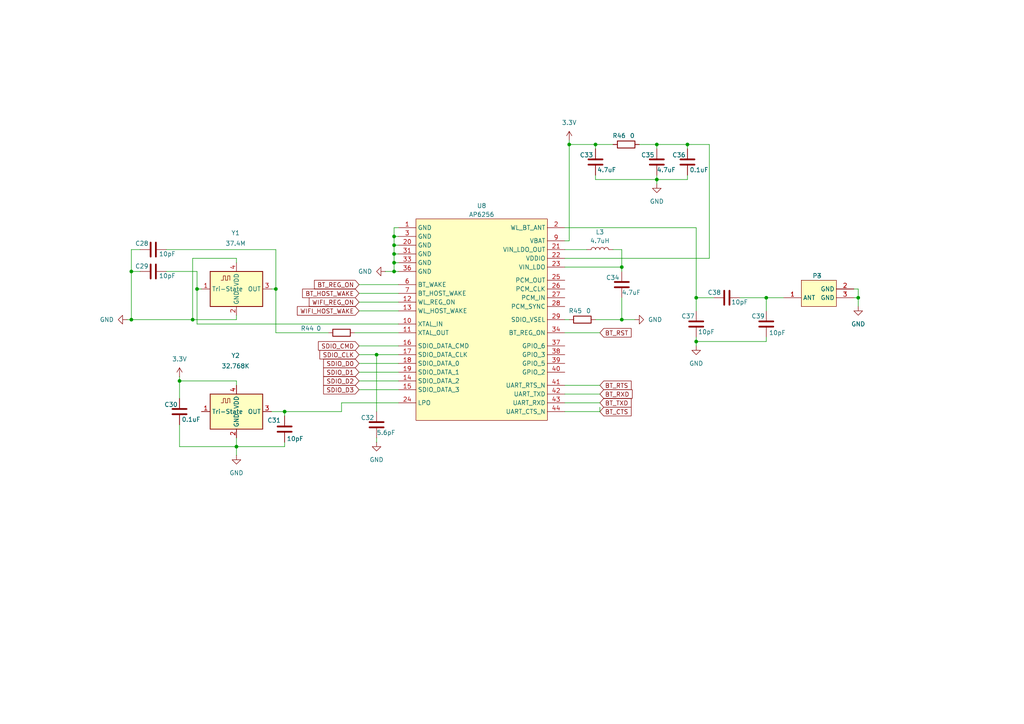
<source format=kicad_sch>
(kicad_sch (version 20250114) (generator "eeschema") (generator_version "9.0")
  (paper "A4")
  (lib_symbols
    (symbol "Device:C" (pin_numbers (hide yes)) (pin_names (offset 0.254))
      (property "Reference" "C" (at 0.635 2.54 0))
      (property "Value" "C" (at 0.635 -2.54 0))
      (symbol "C_0_1"
        (polyline (pts (xy -2.032 0.762) (xy 2.032 0.762)) (stroke (width 0.508)))
        (polyline (pts (xy -2.032 -0.762) (xy 2.032 -0.762)) (stroke (width 0.508)))
      )
      (symbol "C_1_1"
        (pin passive line (at 0 3.81 270) (length 2.794) (name "~") (number "1"))
        (pin passive line (at 0 -3.81 90) (length 2.794) (name "~") (number "2"))
      )
    )
    (symbol "Device:L" (pin_numbers (hide yes)) (pin_names (offset 1.016) (hide yes))
      (property "Reference" "L" (at -1.27 0 90))
      (property "Value" "L" (at 1.905 0 90))
      (symbol "L_0_1"
        (arc (start 0 2.54) (mid 0.6323 1.905) (end 0 1.27))
        (arc (start 0 1.27) (mid 0.6323 0.635) (end 0 0))
        (arc (start 0 0) (mid 0.6323 -0.635) (end 0 -1.27))
        (arc (start 0 -1.27) (mid 0.6323 -1.905) (end 0 -2.54))
      )
      (symbol "L_1_1"
        (pin passive line (at 0 3.81 270) (length 1.27) (name "1") (number "1"))
        (pin passive line (at 0 -3.81 90) (length 1.27) (name "2") (number "2"))
      )
    )
    (symbol "Device:R" (pin_numbers (hide yes)) (pin_names (offset 0))
      (property "Reference" "R" (at 2.032 0 90))
      (property "Value" "R" (at 0 0 90))
      (symbol "R_0_1"
        (rectangle (start -1.016 -2.54) (end 1.016 2.54) (stroke (width 0.254)))
      )
      (symbol "R_1_1"
        (pin passive line (at 0 3.81 270) (length 1.27) (name "~") (number "1"))
        (pin passive line (at 0 -3.81 90) (length 1.27) (name "~") (number "2"))
      )
    )
    (symbol "Oscillator:ECS-2520MV-xxx-xx"
      (property "Reference" "Y" (at -5.08 6.35 0))
      (property "Value" "ECS-2520MV-xxx-xx" (at 1.27 -6.35 0))
      (symbol "ECS-2520MV-xxx-xx_0_1"
        (rectangle (start -7.62 5.08) (end 7.62 -5.08) (stroke (width 0.254)) (fill (type background)))
        (polyline (pts (xy -4.445 2.54) (xy -3.81 2.54) (xy -3.81 3.81) (xy -3.175 3.81) (xy -3.175 2.54) (xy -2.54 2.54) (xy -2.54 3.81) (xy -1.905 3.81) (xy -1.905 2.54)))
      )
      (symbol "ECS-2520MV-xxx-xx_1_1"
        (pin input line (at -10.16 0 0) (length 2.54) (name "Tri-State") (number "1"))
        (pin power_in line (at 0 7.62 270) (length 2.54) (name "VDD") (number "4"))
        (pin power_in line (at 0 -7.62 90) (length 2.54) (name "GND") (number "2"))
        (pin output line (at 10.16 0 180) (length 2.54) (name "OUT") (number "3"))
      )
    )
    (symbol "coloryr:ANT"
      (property "Reference" "P" (at 0.762 1.016 0))
      (symbol "ANT_1_1"
        (rectangle (start 0 0) (end 10.16 -7.62) (fill (type background)))
        (pin bidirectional line (at -5.08 -5.08 0) (length 5.08) (name "ANT") (number "1"))
        (pin passive line (at 15.24 -2.54 180) (length 5.08) (name "GND") (number "2"))
        (pin passive line (at 15.24 -5.08 180) (length 5.08) (name "GND") (number "3"))
      )
    )
    (symbol "coloryr:AP6256"
      (property "Reference" "U" (at 1.016 1.016 0))
      (symbol "AP6256_1_1"
        (rectangle (start 0 0) (end 38.1 -58.42) (fill (type background)))
        (pin power_in line (at -5.08 -2.54 0) (length 5.08) (name "GND") (number "1"))
        (pin power_in line (at -5.08 -5.08 0) (length 5.08) (name "GND") (number "3"))
        (pin power_in line (at -5.08 -7.62 0) (length 5.08) (name "GND") (number "20"))
        (pin power_in line (at -5.08 -10.16 0) (length 5.08) (name "GND") (number "31"))
        (pin power_in line (at -5.08 -12.7 0) (length 5.08) (name "GND") (number "33"))
        (pin power_in line (at -5.08 -15.24 0) (length 5.08) (name "GND") (number "36"))
        (pin input line (at -5.08 -19.05 0) (length 5.08) (name "BT_WAKE") (number "6"))
        (pin output line (at -5.08 -21.59 0) (length 5.08) (name "BT_HOST_WAKE") (number "7"))
        (pin input line (at -5.08 -24.13 0) (length 5.08) (name "WL_REG_ON") (number "12"))
        (pin output line (at -5.08 -26.67 0) (length 5.08) (name "WL_HOST_WAKE") (number "13"))
        (pin passive line (at -5.08 -30.48 0) (length 5.08) (name "XTAL_IN") (number "10"))
        (pin passive line (at -5.08 -33.02 0) (length 5.08) (name "XTAL_OUT") (number "11"))
        (pin bidirectional line (at -5.08 -36.83 0) (length 5.08) (name "SDIO_DATA_CMD") (number "16"))
        (pin bidirectional line (at -5.08 -39.37 0) (length 5.08) (name "SDIO_DATA_CLK") (number "17"))
        (pin bidirectional line (at -5.08 -41.91 0) (length 5.08) (name "SDIO_DATA_0") (number "18"))
        (pin bidirectional line (at -5.08 -44.45 0) (length 5.08) (name "SDIO_DATA_1") (number "19"))
        (pin bidirectional line (at -5.08 -46.99 0) (length 5.08) (name "SDIO_DATA_2") (number "14"))
        (pin bidirectional line (at -5.08 -49.53 0) (length 5.08) (name "SDIO_DATA_3") (number "15"))
        (pin input line (at -5.08 -53.34 0) (length 5.08) (name "LPO") (number "24"))
        (pin passive line (at 43.18 -2.54 180) (length 5.08) (name "WL_BT_ANT") (number "2"))
        (pin power_in line (at 43.18 -6.35 180) (length 5.08) (name "VBAT") (number "9"))
        (pin power_out line (at 43.18 -8.89 180) (length 5.08) (name "VIN_LDO_OUT") (number "21"))
        (pin power_in line (at 43.18 -11.43 180) (length 5.08) (name "VDDIO") (number "22"))
        (pin power_out line (at 43.18 -13.97 180) (length 5.08) (name "VIN_LDO") (number "23"))
        (pin output line (at 43.18 -17.78 180) (length 5.08) (name "PCM_OUT") (number "25"))
        (pin bidirectional line (at 43.18 -20.32 180) (length 5.08) (name "PCM_CLK") (number "26"))
        (pin input line (at 43.18 -22.86 180) (length 5.08) (name "PCM_IN") (number "27"))
        (pin bidirectional line (at 43.18 -25.4 180) (length 5.08) (name "PCM_SYNC") (number "28"))
        (pin input line (at 43.18 -29.21 180) (length 5.08) (name "SDIO_VSEL") (number "29"))
        (pin input line (at 43.18 -33.02 180) (length 5.08) (name "BT_REG_ON") (number "34"))
        (pin bidirectional line (at 43.18 -36.83 180) (length 5.08) (name "GPIO_6") (number "37"))
        (pin bidirectional line (at 43.18 -39.37 180) (length 5.08) (name "GPIO_3") (number "38"))
        (pin bidirectional line (at 43.18 -41.91 180) (length 5.08) (name "GPIO_5") (number "39"))
        (pin bidirectional line (at 43.18 -44.45 180) (length 5.08) (name "GPIO_2") (number "40"))
        (pin output line (at 43.18 -48.26 180) (length 5.08) (name "UART_RTS_N") (number "41"))
        (pin output line (at 43.18 -50.8 180) (length 5.08) (name "UART_TXD") (number "42"))
        (pin input line (at 43.18 -53.34 180) (length 5.08) (name "UART_RXD") (number "43"))
        (pin input line (at 43.18 -55.88 180) (length 5.08) (name "UART_CTS_N") (number "44"))
      )
    )
    (symbol "power:GND" (power) (pin_numbers (hide yes)) (pin_names (offset 0) (hide yes))
      (property "Value" "GND" (at 0 -3.81 0))
      (symbol "GND_0_1"
        (polyline (pts (xy 0 0) (xy 0 -1.27) (xy 1.27 -1.27) (xy 0 -2.54) (xy -1.27 -1.27) (xy 0 -1.27)))
      )
      (symbol "GND_1_1"
        (pin power_in line (at 0 0 270) (length 0) (name "~") (number "1"))
      )
    )
    (symbol "power:VCC" (power) (pin_numbers (hide yes)) (pin_names (offset 0) (hide yes))
      (property "Value" "VCC" (at 0 3.556 0))
      (symbol "VCC_0_1"
        (polyline (pts (xy -0.762 1.27) (xy 0 2.54)))
        (polyline (pts (xy 0 2.54) (xy 0.762 1.27)))
        (polyline (pts (xy 0 0) (xy 0 2.54)))
      )
      (symbol "VCC_1_1"
        (pin power_in line (at 0 0 90) (length 0) (name "~") (number "1"))
      )
    )
  )
  (junction (at 165.1 41.91))
  (junction (at 114.3 78.74))
  (junction (at 199.39 41.91))
  (junction (at 52.07 110.49))
  (junction (at 201.93 86.36))
  (junction (at 68.58 129.54))
  (junction (at 114.3 68.58))
  (junction (at 201.93 99.06))
  (junction (at 190.5 41.91))
  (junction (at 80.01 83.82))
  (junction (at 82.55 119.38))
  (junction (at 38.1 78.74))
  (junction (at 114.3 76.2))
  (junction (at 114.3 71.12))
  (junction (at 172.72 41.91))
  (junction (at 114.3 73.66))
  (junction (at 38.1 92.71))
  (junction (at 55.88 92.71))
  (junction (at 222.25 86.36))
  (junction (at 180.34 92.71))
  (junction (at 190.5 52.07))
  (junction (at 109.22 102.87))
  (junction (at 57.15 83.82))
  (junction (at 248.92 86.36))
  (junction (at 180.34 77.47))
  (wire (pts (xy 82.55 128.27) (xy 82.55 129.54)))
  (wire (pts (xy 163.83 66.04) (xy 201.93 66.04)))
  (wire (pts (xy 165.1 41.91) (xy 172.72 41.91)))
  (wire (pts (xy 52.07 109.22) (xy 52.07 110.49)))
  (wire (pts (xy 172.72 92.71) (xy 180.34 92.71)))
  (wire (pts (xy 201.93 99.06) (xy 222.25 99.06)))
  (wire (pts (xy 180.34 92.71) (xy 184.15 92.71)))
  (wire (pts (xy 201.93 66.04) (xy 201.93 86.36)))
  (wire (pts (xy 207.01 86.36) (xy 201.93 86.36)))
  (wire (pts (xy 172.72 41.91) (xy 177.8 41.91)))
  (wire (pts (xy 185.42 41.91) (xy 190.5 41.91)))
  (wire (pts (xy 114.3 68.58) (xy 114.3 66.04)))
  (wire (pts (xy 172.72 43.18) (xy 172.72 41.91)))
  (wire (pts (xy 114.3 76.2) (xy 115.57 76.2)))
  (wire (pts (xy 201.93 86.36) (xy 201.93 90.17)))
  (wire (pts (xy 163.83 72.39) (xy 170.18 72.39)))
  (wire (pts (xy 104.14 110.49) (xy 115.57 110.49)))
  (wire (pts (xy 163.83 77.47) (xy 180.34 77.47)))
  (wire (pts (xy 38.1 92.71) (xy 55.88 92.71)))
  (wire (pts (xy 163.83 74.93) (xy 205.74 74.93)))
  (wire (pts (xy 78.74 119.38) (xy 82.55 119.38)))
  (wire (pts (xy 104.14 87.63) (xy 115.57 87.63)))
  (wire (pts (xy 57.15 93.98) (xy 115.57 93.98)))
  (wire (pts (xy 104.14 107.95) (xy 115.57 107.95)))
  (wire (pts (xy 55.88 92.71) (xy 68.58 92.71)))
  (wire (pts (xy 104.14 102.87) (xy 109.22 102.87)))
  (wire (pts (xy 180.34 86.36) (xy 180.34 92.71)))
  (wire (pts (xy 205.74 41.91) (xy 199.39 41.91)))
  (wire (pts (xy 57.15 83.82) (xy 58.42 83.82)))
  (wire (pts (xy 55.88 74.93) (xy 55.88 92.71)))
  (wire (pts (xy 38.1 72.39) (xy 38.1 78.74)))
  (wire (pts (xy 48.26 72.39) (xy 80.01 72.39)))
  (wire (pts (xy 190.5 41.91) (xy 199.39 41.91)))
  (wire (pts (xy 114.3 73.66) (xy 114.3 71.12)))
  (wire (pts (xy 104.14 82.55) (xy 115.57 82.55)))
  (wire (pts (xy 180.34 72.39) (xy 177.8 72.39)))
  (wire (pts (xy 190.5 52.07) (xy 190.5 53.34)))
  (wire (pts (xy 104.14 113.03) (xy 115.57 113.03)))
  (wire (pts (xy 68.58 92.71) (xy 68.58 91.44)))
  (wire (pts (xy 82.55 119.38) (xy 99.06 119.38)))
  (wire (pts (xy 190.5 41.91) (xy 190.5 43.18)))
  (wire (pts (xy 222.25 86.36) (xy 227.33 86.36)))
  (wire (pts (xy 102.87 96.52) (xy 115.57 96.52)))
  (wire (pts (xy 68.58 74.93) (xy 55.88 74.93)))
  (wire (pts (xy 52.07 110.49) (xy 68.58 110.49)))
  (wire (pts (xy 201.93 99.06) (xy 201.93 100.33)))
  (wire (pts (xy 52.07 110.49) (xy 52.07 115.57)))
  (wire (pts (xy 104.14 105.41) (xy 115.57 105.41)))
  (wire (pts (xy 38.1 78.74) (xy 40.64 78.74)))
  (wire (pts (xy 38.1 78.74) (xy 38.1 92.71)))
  (wire (pts (xy 52.07 129.54) (xy 68.58 129.54)))
  (wire (pts (xy 247.65 83.82) (xy 248.92 83.82)))
  (wire (pts (xy 199.39 41.91) (xy 199.39 43.18)))
  (wire (pts (xy 248.92 86.36) (xy 248.92 88.9)))
  (wire (pts (xy 109.22 102.87) (xy 109.22 119.38)))
  (wire (pts (xy 57.15 78.74) (xy 57.15 83.82)))
  (wire (pts (xy 68.58 110.49) (xy 68.58 111.76)))
  (wire (pts (xy 114.3 73.66) (xy 115.57 73.66)))
  (wire (pts (xy 114.3 68.58) (xy 115.57 68.58)))
  (wire (pts (xy 80.01 83.82) (xy 78.74 83.82)))
  (wire (pts (xy 48.26 78.74) (xy 57.15 78.74)))
  (wire (pts (xy 163.83 92.71) (xy 165.1 92.71)))
  (wire (pts (xy 114.3 71.12) (xy 115.57 71.12)))
  (wire (pts (xy 163.83 96.52) (xy 173.99 96.52)))
  (wire (pts (xy 248.92 83.82) (xy 248.92 86.36)))
  (wire (pts (xy 68.58 129.54) (xy 68.58 127)))
  (wire (pts (xy 163.83 119.38) (xy 173.99 119.38)))
  (wire (pts (xy 111.76 78.74) (xy 114.3 78.74)))
  (wire (pts (xy 163.83 69.85) (xy 165.1 69.85)))
  (wire (pts (xy 214.63 86.36) (xy 222.25 86.36)))
  (wire (pts (xy 80.01 96.52) (xy 80.01 83.82)))
  (wire (pts (xy 82.55 119.38) (xy 82.55 120.65)))
  (wire (pts (xy 40.64 72.39) (xy 38.1 72.39)))
  (wire (pts (xy 199.39 52.07) (xy 190.5 52.07)))
  (wire (pts (xy 172.72 50.8) (xy 172.72 52.07)))
  (wire (pts (xy 190.5 50.8) (xy 190.5 52.07)))
  (wire (pts (xy 109.22 102.87) (xy 115.57 102.87)))
  (wire (pts (xy 114.3 76.2) (xy 114.3 73.66)))
  (wire (pts (xy 222.25 99.06) (xy 222.25 97.79)))
  (wire (pts (xy 180.34 77.47) (xy 180.34 72.39)))
  (wire (pts (xy 68.58 132.08) (xy 68.58 129.54)))
  (wire (pts (xy 114.3 71.12) (xy 114.3 68.58)))
  (wire (pts (xy 80.01 96.52) (xy 95.25 96.52)))
  (wire (pts (xy 163.83 114.3) (xy 173.99 114.3)))
  (wire (pts (xy 80.01 72.39) (xy 80.01 83.82)))
  (wire (pts (xy 205.74 74.93) (xy 205.74 41.91)))
  (wire (pts (xy 114.3 78.74) (xy 114.3 76.2)))
  (wire (pts (xy 99.06 116.84) (xy 115.57 116.84)))
  (wire (pts (xy 172.72 52.07) (xy 190.5 52.07)))
  (wire (pts (xy 115.57 78.74) (xy 114.3 78.74)))
  (wire (pts (xy 173.99 119.38) (xy 173.99 118.11)))
  (wire (pts (xy 104.14 90.17) (xy 115.57 90.17)))
  (wire (pts (xy 104.14 85.09) (xy 115.57 85.09)))
  (wire (pts (xy 114.3 66.04) (xy 115.57 66.04)))
  (wire (pts (xy 180.34 77.47) (xy 180.34 78.74)))
  (wire (pts (xy 104.14 100.33) (xy 115.57 100.33)))
  (wire (pts (xy 248.92 86.36) (xy 247.65 86.36)))
  (wire (pts (xy 163.83 116.84) (xy 173.99 116.84)))
  (wire (pts (xy 68.58 76.2) (xy 68.58 74.93)))
  (wire (pts (xy 109.22 127) (xy 109.22 128.27)))
  (wire (pts (xy 52.07 123.19) (xy 52.07 129.54)))
  (wire (pts (xy 36.83 92.71) (xy 38.1 92.71)))
  (wire (pts (xy 222.25 86.36) (xy 222.25 90.17)))
  (wire (pts (xy 99.06 119.38) (xy 99.06 116.84)))
  (wire (pts (xy 165.1 41.91) (xy 165.1 40.64)))
  (wire (pts (xy 57.15 93.98) (xy 57.15 83.82)))
  (wire (pts (xy 163.83 111.76) (xy 173.99 111.76)))
  (wire (pts (xy 201.93 97.79) (xy 201.93 99.06)))
  (wire (pts (xy 82.55 129.54) (xy 68.58 129.54)))
  (wire (pts (xy 199.39 50.8) (xy 199.39 52.07)))
  (wire (pts (xy 165.1 41.91) (xy 165.1 69.85)))
  (global_label "WIFI_REG_ON" (shape input) (at 104.14 87.63 180) (property "Intersheetrefs" "${INTERSHEET_REFS}" (effects (hide yes))))
  (global_label "BT_TXD" (shape input) (at 173.99 116.84 0) (property "Intersheetrefs" "${INTERSHEET_REFS}" (effects (hide yes))))
  (global_label "WIFI_HOST_WAKE" (shape input) (at 104.14 90.17 180) (property "Intersheetrefs" "${INTERSHEET_REFS}" (effects (hide yes))))
  (global_label "SDIO_D0" (shape input) (at 104.14 105.41 180) (property "Intersheetrefs" "${INTERSHEET_REFS}" (effects (hide yes))))
  (global_label "BT_RXD" (shape input) (at 173.99 114.3 0) (property "Intersheetrefs" "${INTERSHEET_REFS}" (effects (hide yes))))
  (global_label "SDIO_D2" (shape input) (at 104.14 110.49 180) (property "Intersheetrefs" "${INTERSHEET_REFS}" (effects (hide yes))))
  (global_label "BT_RST" (shape input) (at 173.99 96.52 0) (property "Intersheetrefs" "${INTERSHEET_REFS}" (effects (hide yes))))
  (global_label "BT_HOST_WAKE" (shape input) (at 104.14 85.09 180) (property "Intersheetrefs" "${INTERSHEET_REFS}" (effects (hide yes))))
  (global_label "SDIO_CMD" (shape input) (at 104.14 100.33 180) (property "Intersheetrefs" "${INTERSHEET_REFS}" (effects (hide yes))))
  (global_label "BT_REG_ON" (shape input) (at 104.14 82.55 180) (property "Intersheetrefs" "${INTERSHEET_REFS}" (effects (hide yes))))
  (global_label "BT_CTS" (shape input) (at 173.99 119.38 0) (property "Intersheetrefs" "${INTERSHEET_REFS}" (effects (hide yes))))
  (global_label "SDIO_D3" (shape input) (at 104.14 113.03 180) (property "Intersheetrefs" "${INTERSHEET_REFS}" (effects (hide yes))))
  (global_label "SDIO_CLK" (shape input) (at 104.14 102.87 180) (property "Intersheetrefs" "${INTERSHEET_REFS}" (effects (hide yes))))
  (global_label "BT_RTS" (shape input) (at 173.99 111.76 0) (property "Intersheetrefs" "${INTERSHEET_REFS}" (effects (hide yes))))
  (global_label "SDIO_D1" (shape input) (at 104.14 107.95 180) (property "Intersheetrefs" "${INTERSHEET_REFS}" (effects (hide yes))))
  (symbol (lib_id "Device:C") (at 180.34 82.55 0) (unit 1)
    (property "Reference" "C34" (at 175.768 80.518 0) (effects (justify left)))
    (property "Value" "4.7uF" (at 180.34 84.836 0) (effects (justify left)))
    (property "Footprint" "Capacitor_SMD:C_0402_1005Metric_Pad0.74x0.62mm_HandSolder" (effects (hide yes)))
    (property "Description" "Unpolarized capacitor" (effects (hide yes)))
  )
  (symbol (lib_id "Device:C") (at 44.45 72.39 90) (unit 1)
    (property "Reference" "C28" (at 41.148 70.612 90))
    (property "Value" "10pF" (at 48.514 73.66 90))
    (property "Footprint" "Capacitor_SMD:C_0402_1005Metric_Pad0.74x0.62mm_HandSolder" (effects (hide yes)))
    (property "Description" "Unpolarized capacitor" (effects (hide yes)))
  )
  (symbol (lib_id "Device:C") (at 52.07 119.38 180) (unit 1)
    (property "Reference" "C30" (at 51.562 117.348 0) (effects (justify left)))
    (property "Value" "0.1uF" (at 58.166 121.666 0) (effects (justify left)))
    (property "Footprint" "Capacitor_SMD:C_0402_1005Metric_Pad0.74x0.62mm_HandSolder" (effects (hide yes)))
    (property "Description" "Unpolarized capacitor" (effects (hide yes)))
  )
  (symbol (lib_id "power:GND") (at 248.92 88.9 0) (unit 1)
    (property "Reference" "#PWR073" (effects (hide yes)))
    (property "Value" "GND" (at 248.92 93.98 0))
    (property "Description" "Power symbol creates a global label with name \"GND\" , ground" (effects (hide yes)))
  )
  (symbol (lib_id "Device:C") (at 201.93 93.98 0) (unit 1)
    (property "Reference" "C37" (at 197.612 91.694 0) (effects (justify left)))
    (property "Value" "10pF" (at 202.438 96.266 0) (effects (justify left)))
    (property "Footprint" "Capacitor_SMD:C_0402_1005Metric_Pad0.74x0.62mm_HandSolder" (effects (hide yes)))
    (property "Description" "Unpolarized capacitor" (effects (hide yes)))
  )
  (symbol (lib_id "power:GND") (at 184.15 92.71 90) (unit 1)
    (property "Reference" "#PWR070" (effects (hide yes)))
    (property "Value" "GND" (at 187.96 92.7099 90) (effects (justify right)))
    (property "Description" "Power symbol creates a global label with name \"GND\" , ground" (effects (hide yes)))
  )
  (symbol (lib_id "Device:R") (at 99.06 96.52 90) (unit 1)
    (property "Reference" "R44" (at 89.154 95.25 90))
    (property "Value" "0" (at 92.456 95.25 90))
    (property "Footprint" "Resistor_SMD:R_0402_1005Metric_Pad0.72x0.64mm_HandSolder" (effects (hide yes)))
    (property "Description" "Resistor" (effects (hide yes)))
  )
  (symbol (lib_id "Device:C") (at 172.72 46.99 0) (unit 1)
    (property "Reference" "C33" (at 168.148 44.958 0) (effects (justify left)))
    (property "Value" "4.7uF" (at 173.228 49.276 0) (effects (justify left)))
    (property "Footprint" "Capacitor_SMD:C_0402_1005Metric_Pad0.74x0.62mm_HandSolder" (effects (hide yes)))
    (property "Description" "Unpolarized capacitor" (effects (hide yes)))
  )
  (symbol (lib_id "power:VCC") (at 165.1 40.64 0) (unit 1)
    (property "Reference" "#PWR069" (effects (hide yes)))
    (property "Value" "3.3V" (at 165.1 35.56 0))
    (property "Description" "Power symbol creates a global label with name \"VCC\"" (effects (hide yes)))
  )
  (symbol (lib_id "Device:C") (at 190.5 46.99 0) (unit 1)
    (property "Reference" "C35" (at 185.928 44.958 0) (effects (justify left)))
    (property "Value" "4.7uF" (at 190.5 49.276 0) (effects (justify left)))
    (property "Footprint" "Capacitor_SMD:C_0402_1005Metric_Pad0.74x0.62mm_HandSolder" (effects (hide yes)))
    (property "Description" "Unpolarized capacitor" (effects (hide yes)))
  )
  (symbol (lib_id "power:VCC") (at 52.07 109.22 0) (unit 1)
    (property "Reference" "#PWR065" (effects (hide yes)))
    (property "Value" "3.3V" (at 52.07 104.14 0))
    (property "Description" "Power symbol creates a global label with name \"VCC\"" (effects (hide yes)))
  )
  (symbol (lib_id "Device:C") (at 210.82 86.36 270) (unit 1)
    (property "Reference" "C38" (at 205.232 84.836 90) (effects (justify left)))
    (property "Value" "10pF" (at 212.09 87.63 90) (effects (justify left)))
    (property "Footprint" "Capacitor_SMD:C_0402_1005Metric_Pad0.74x0.62mm_HandSolder" (effects (hide yes)))
    (property "Description" "Unpolarized capacitor" (effects (hide yes)))
  )
  (symbol (lib_id "power:GND") (at 68.58 132.08 0) (unit 1)
    (property "Reference" "#PWR066" (effects (hide yes)))
    (property "Value" "GND" (at 68.58 137.16 0))
    (property "Description" "Power symbol creates a global label with name \"GND\" , ground" (effects (hide yes)))
  )
  (symbol (lib_id "Device:C") (at 44.45 78.74 90) (unit 1)
    (property "Reference" "C29" (at 41.148 77.216 90))
    (property "Value" "10pF" (at 48.514 80.01 90))
    (property "Footprint" "Capacitor_SMD:C_0402_1005Metric_Pad0.74x0.62mm_HandSolder" (effects (hide yes)))
    (property "Description" "Unpolarized capacitor" (effects (hide yes)))
  )
  (symbol (lib_id "coloryr:ANT") (at 232.41 81.28 0) (unit 1)
    (property "Reference" "P3" (at 236.982 80.01 0))
    (property "Value" "~" (at 237.49 80.01 0))
    (property "Footprint" "coloryr:IPEX-SMD_BWIPX-1-001E" (effects (hide yes)))
  )
  (symbol (lib_id "power:GND") (at 109.22 128.27 0) (unit 1)
    (property "Reference" "#PWR067" (effects (hide yes)))
    (property "Value" "GND" (at 109.22 133.35 0))
    (property "Description" "Power symbol creates a global label with name \"GND\" , ground" (effects (hide yes)))
  )
  (symbol (lib_id "Oscillator:ECS-2520MV-xxx-xx") (at 68.58 83.82 0) (unit 1)
    (property "Reference" "Y1" (at 68.326 67.564 0))
    (property "Value" "37.4M" (at 68.326 70.612 0))
    (property "Footprint" "Oscillator:Oscillator_SMD_ECS_2520MV-xxx-xx-4Pin_2.5x2.0mm" (effects (hide yes)))
    (property "Datasheet" "https://www.ecsxtal.com/store/pdf/ECS-2520MV.pdf" (effects (hide yes)))
    (property "Description" "HCMOS Crystal Clock Oscillator, 2.5x2.0 mm SMD" (effects (hide yes)))
  )
  (symbol (lib_id "Device:R") (at 181.61 41.91 90) (unit 1)
    (property "Reference" "R46" (at 179.578 39.37 90))
    (property "Value" "0" (at 183.388 39.37 90))
    (property "Footprint" "Resistor_SMD:R_1206_3216Metric_Pad1.30x1.75mm_HandSolder" (effects (hide yes)))
    (property "Description" "Resistor" (effects (hide yes)))
  )
  (symbol (lib_id "Device:C") (at 222.25 93.98 0) (unit 1)
    (property "Reference" "C39" (at 217.932 91.694 0) (effects (justify left)))
    (property "Value" "10pF" (at 223.012 96.52 0) (effects (justify left)))
    (property "Footprint" "Capacitor_SMD:C_0402_1005Metric_Pad0.74x0.62mm_HandSolder" (effects (hide yes)))
    (property "Description" "Unpolarized capacitor" (effects (hide yes)))
  )
  (symbol (lib_id "power:GND") (at 111.76 78.74 270) (unit 1)
    (property "Reference" "#PWR068" (effects (hide yes)))
    (property "Value" "GND" (at 107.95 78.7399 90) (effects (justify right)))
    (property "Description" "Power symbol creates a global label with name \"GND\" , ground" (effects (hide yes)))
  )
  (symbol (lib_id "Device:C") (at 109.22 123.19 0) (unit 1)
    (property "Reference" "C32" (at 104.648 121.158 0) (effects (justify left)))
    (property "Value" "5.6pF" (at 109.22 125.476 0) (effects (justify left)))
    (property "Footprint" "Capacitor_SMD:C_0402_1005Metric_Pad0.74x0.62mm_HandSolder" (effects (hide yes)))
    (property "Description" "Unpolarized capacitor" (effects (hide yes)))
  )
  (symbol (lib_id "coloryr:AP6256") (at 120.65 63.5 0) (unit 1)
    (property "Reference" "U8" (at 139.7 59.69 0))
    (property "Value" "AP6256" (at 139.7 62.23 0))
    (property "Footprint" "coloryr:AP6256" (effects (hide yes)))
  )
  (symbol (lib_id "Oscillator:ECS-2520MV-xxx-xx") (at 68.58 119.38 0) (unit 1)
    (property "Reference" "Y2" (at 68.326 103.124 0))
    (property "Value" "32.768K" (at 68.326 106.172 0))
    (property "Footprint" "Oscillator:Oscillator_SMD_ECS_2520MV-xxx-xx-4Pin_2.5x2.0mm" (effects (hide yes)))
    (property "Datasheet" "https://www.ecsxtal.com/store/pdf/ECS-2520MV.pdf" (effects (hide yes)))
    (property "Description" "HCMOS Crystal Clock Oscillator, 2.5x2.0 mm SMD" (effects (hide yes)))
  )
  (symbol (lib_id "Device:L") (at 173.99 72.39 90) (unit 1)
    (property "Reference" "L3" (at 173.99 67.31 90))
    (property "Value" "4.7uH" (at 173.99 69.85 90))
    (property "Footprint" "Inductor_SMD:L_Murata_LQH2MCNxxxx02_2.0x1.6mm" (effects (hide yes)))
    (property "Description" "Inductor" (effects (hide yes)))
  )
  (symbol (lib_id "power:GND") (at 36.83 92.71 270) (unit 1)
    (property "Reference" "#PWR064" (effects (hide yes)))
    (property "Value" "GND" (at 33.02 92.7099 90) (effects (justify right)))
    (property "Description" "Power symbol creates a global label with name \"GND\" , ground" (effects (hide yes)))
  )
  (symbol (lib_id "Device:C") (at 199.39 46.99 180) (unit 1)
    (property "Reference" "C36" (at 198.882 44.958 0) (effects (justify left)))
    (property "Value" "0.1uF" (at 205.486 49.276 0) (effects (justify left)))
    (property "Footprint" "Capacitor_SMD:C_0402_1005Metric_Pad0.74x0.62mm_HandSolder" (effects (hide yes)))
    (property "Description" "Unpolarized capacitor" (effects (hide yes)))
  )
  (symbol (lib_id "Device:C") (at 82.55 124.46 180) (unit 1)
    (property "Reference" "C31" (at 79.502 121.92 0))
    (property "Value" "10pF" (at 85.598 127.254 0))
    (property "Footprint" "Capacitor_SMD:C_0402_1005Metric_Pad0.74x0.62mm_HandSolder" (effects (hide yes)))
    (property "Description" "Unpolarized capacitor" (effects (hide yes)))
  )
  (symbol (lib_id "Device:R") (at 168.91 92.71 90) (unit 1)
    (property "Reference" "R45" (at 166.878 90.17 90))
    (property "Value" "0" (at 170.688 90.17 90))
    (property "Footprint" "Resistor_SMD:R_0402_1005Metric_Pad0.72x0.64mm_HandSolder" (effects (hide yes)))
    (property "Description" "Resistor" (effects (hide yes)))
  )
  (symbol (lib_id "power:GND") (at 201.93 100.33 0) (unit 1)
    (property "Reference" "#PWR072" (effects (hide yes)))
    (property "Value" "GND" (at 201.93 105.41 0))
    (property "Description" "Power symbol creates a global label with name \"GND\" , ground" (effects (hide yes)))
  )
  (symbol (lib_id "power:GND") (at 190.5 53.34 0) (unit 1)
    (property "Reference" "#PWR071" (effects (hide yes)))
    (property "Value" "GND" (at 190.5 58.42 0))
    (property "Description" "Power symbol creates a global label with name \"GND\" , ground" (effects (hide yes)))
  )
)
</source>
